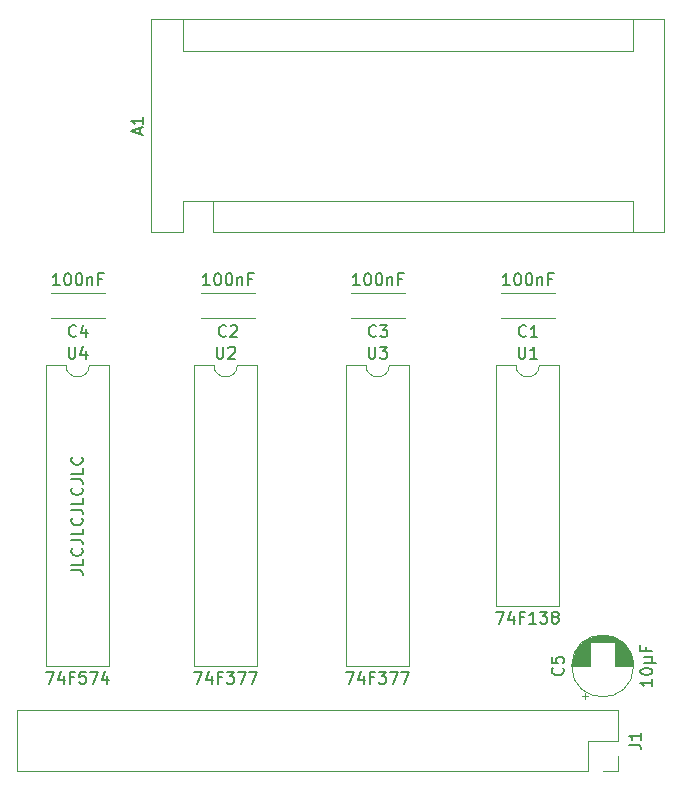
<source format=gbr>
G04 #@! TF.GenerationSoftware,KiCad,Pcbnew,(5.1.0-0)*
G04 #@! TF.CreationDate,2019-12-15T16:20:11-08:00*
G04 #@! TF.ProjectId,ArduinoSerialCard,41726475-696e-46f5-9365-7269616c4361,rev?*
G04 #@! TF.SameCoordinates,Original*
G04 #@! TF.FileFunction,Legend,Top*
G04 #@! TF.FilePolarity,Positive*
%FSLAX46Y46*%
G04 Gerber Fmt 4.6, Leading zero omitted, Abs format (unit mm)*
G04 Created by KiCad (PCBNEW (5.1.0-0)) date 2019-12-15 16:20:11*
%MOMM*%
%LPD*%
G04 APERTURE LIST*
%ADD10C,0.150000*%
%ADD11C,0.120000*%
G04 APERTURE END LIST*
D10*
X116292380Y-117649047D02*
X117006666Y-117649047D01*
X117149523Y-117696666D01*
X117244761Y-117791904D01*
X117292380Y-117934761D01*
X117292380Y-118030000D01*
X117292380Y-116696666D02*
X117292380Y-117172857D01*
X116292380Y-117172857D01*
X117197142Y-115791904D02*
X117244761Y-115839523D01*
X117292380Y-115982380D01*
X117292380Y-116077619D01*
X117244761Y-116220476D01*
X117149523Y-116315714D01*
X117054285Y-116363333D01*
X116863809Y-116410952D01*
X116720952Y-116410952D01*
X116530476Y-116363333D01*
X116435238Y-116315714D01*
X116340000Y-116220476D01*
X116292380Y-116077619D01*
X116292380Y-115982380D01*
X116340000Y-115839523D01*
X116387619Y-115791904D01*
X116292380Y-115077619D02*
X117006666Y-115077619D01*
X117149523Y-115125238D01*
X117244761Y-115220476D01*
X117292380Y-115363333D01*
X117292380Y-115458571D01*
X117292380Y-114125238D02*
X117292380Y-114601428D01*
X116292380Y-114601428D01*
X117197142Y-113220476D02*
X117244761Y-113268095D01*
X117292380Y-113410952D01*
X117292380Y-113506190D01*
X117244761Y-113649047D01*
X117149523Y-113744285D01*
X117054285Y-113791904D01*
X116863809Y-113839523D01*
X116720952Y-113839523D01*
X116530476Y-113791904D01*
X116435238Y-113744285D01*
X116340000Y-113649047D01*
X116292380Y-113506190D01*
X116292380Y-113410952D01*
X116340000Y-113268095D01*
X116387619Y-113220476D01*
X116292380Y-112506190D02*
X117006666Y-112506190D01*
X117149523Y-112553809D01*
X117244761Y-112649047D01*
X117292380Y-112791904D01*
X117292380Y-112887142D01*
X117292380Y-111553809D02*
X117292380Y-112030000D01*
X116292380Y-112030000D01*
X117197142Y-110649047D02*
X117244761Y-110696666D01*
X117292380Y-110839523D01*
X117292380Y-110934761D01*
X117244761Y-111077619D01*
X117149523Y-111172857D01*
X117054285Y-111220476D01*
X116863809Y-111268095D01*
X116720952Y-111268095D01*
X116530476Y-111220476D01*
X116435238Y-111172857D01*
X116340000Y-111077619D01*
X116292380Y-110934761D01*
X116292380Y-110839523D01*
X116340000Y-110696666D01*
X116387619Y-110649047D01*
X116292380Y-109934761D02*
X117006666Y-109934761D01*
X117149523Y-109982380D01*
X117244761Y-110077619D01*
X117292380Y-110220476D01*
X117292380Y-110315714D01*
X117292380Y-108982380D02*
X117292380Y-109458571D01*
X116292380Y-109458571D01*
X117197142Y-108077619D02*
X117244761Y-108125238D01*
X117292380Y-108268095D01*
X117292380Y-108363333D01*
X117244761Y-108506190D01*
X117149523Y-108601428D01*
X117054285Y-108649047D01*
X116863809Y-108696666D01*
X116720952Y-108696666D01*
X116530476Y-108649047D01*
X116435238Y-108601428D01*
X116340000Y-108506190D01*
X116292380Y-108363333D01*
X116292380Y-108268095D01*
X116340000Y-108125238D01*
X116387619Y-108077619D01*
D11*
X119490000Y-100270000D02*
X117840000Y-100270000D01*
X119490000Y-125790000D02*
X119490000Y-100270000D01*
X114190000Y-125790000D02*
X119490000Y-125790000D01*
X114190000Y-100270000D02*
X114190000Y-125790000D01*
X115840000Y-100270000D02*
X114190000Y-100270000D01*
X117840000Y-100270000D02*
G75*
G02X115840000Y-100270000I-1000000J0D01*
G01*
X144890000Y-100270000D02*
X143240000Y-100270000D01*
X144890000Y-125790000D02*
X144890000Y-100270000D01*
X139590000Y-125790000D02*
X144890000Y-125790000D01*
X139590000Y-100270000D02*
X139590000Y-125790000D01*
X141240000Y-100270000D02*
X139590000Y-100270000D01*
X143240000Y-100270000D02*
G75*
G02X141240000Y-100270000I-1000000J0D01*
G01*
X132020000Y-100270000D02*
X130370000Y-100270000D01*
X132020000Y-125790000D02*
X132020000Y-100270000D01*
X126720000Y-125790000D02*
X132020000Y-125790000D01*
X126720000Y-100270000D02*
X126720000Y-125790000D01*
X128370000Y-100270000D02*
X126720000Y-100270000D01*
X130370000Y-100270000D02*
G75*
G02X128370000Y-100270000I-1000000J0D01*
G01*
X157590000Y-100270000D02*
X155940000Y-100270000D01*
X157590000Y-120710000D02*
X157590000Y-100270000D01*
X152290000Y-120710000D02*
X157590000Y-120710000D01*
X152290000Y-100270000D02*
X152290000Y-120710000D01*
X153940000Y-100270000D02*
X152290000Y-100270000D01*
X155940000Y-100270000D02*
G75*
G02X153940000Y-100270000I-1000000J0D01*
G01*
X159565000Y-128300775D02*
X160065000Y-128300775D01*
X159815000Y-128550775D02*
X159815000Y-128050775D01*
X161006000Y-123145000D02*
X161574000Y-123145000D01*
X160772000Y-123185000D02*
X161808000Y-123185000D01*
X160613000Y-123225000D02*
X161967000Y-123225000D01*
X160485000Y-123265000D02*
X162095000Y-123265000D01*
X160375000Y-123305000D02*
X162205000Y-123305000D01*
X160279000Y-123345000D02*
X162301000Y-123345000D01*
X160192000Y-123385000D02*
X162388000Y-123385000D01*
X160112000Y-123425000D02*
X162468000Y-123425000D01*
X160039000Y-123465000D02*
X162541000Y-123465000D01*
X159971000Y-123505000D02*
X162609000Y-123505000D01*
X159907000Y-123545000D02*
X162673000Y-123545000D01*
X159847000Y-123585000D02*
X162733000Y-123585000D01*
X159790000Y-123625000D02*
X162790000Y-123625000D01*
X159736000Y-123665000D02*
X162844000Y-123665000D01*
X159685000Y-123705000D02*
X162895000Y-123705000D01*
X162330000Y-123745000D02*
X162943000Y-123745000D01*
X159637000Y-123745000D02*
X160250000Y-123745000D01*
X162330000Y-123785000D02*
X162989000Y-123785000D01*
X159591000Y-123785000D02*
X160250000Y-123785000D01*
X162330000Y-123825000D02*
X163033000Y-123825000D01*
X159547000Y-123825000D02*
X160250000Y-123825000D01*
X162330000Y-123865000D02*
X163075000Y-123865000D01*
X159505000Y-123865000D02*
X160250000Y-123865000D01*
X162330000Y-123905000D02*
X163116000Y-123905000D01*
X159464000Y-123905000D02*
X160250000Y-123905000D01*
X162330000Y-123945000D02*
X163154000Y-123945000D01*
X159426000Y-123945000D02*
X160250000Y-123945000D01*
X162330000Y-123985000D02*
X163191000Y-123985000D01*
X159389000Y-123985000D02*
X160250000Y-123985000D01*
X162330000Y-124025000D02*
X163227000Y-124025000D01*
X159353000Y-124025000D02*
X160250000Y-124025000D01*
X162330000Y-124065000D02*
X163261000Y-124065000D01*
X159319000Y-124065000D02*
X160250000Y-124065000D01*
X162330000Y-124105000D02*
X163294000Y-124105000D01*
X159286000Y-124105000D02*
X160250000Y-124105000D01*
X162330000Y-124145000D02*
X163325000Y-124145000D01*
X159255000Y-124145000D02*
X160250000Y-124145000D01*
X162330000Y-124185000D02*
X163355000Y-124185000D01*
X159225000Y-124185000D02*
X160250000Y-124185000D01*
X162330000Y-124225000D02*
X163385000Y-124225000D01*
X159195000Y-124225000D02*
X160250000Y-124225000D01*
X162330000Y-124265000D02*
X163412000Y-124265000D01*
X159168000Y-124265000D02*
X160250000Y-124265000D01*
X162330000Y-124305000D02*
X163439000Y-124305000D01*
X159141000Y-124305000D02*
X160250000Y-124305000D01*
X162330000Y-124345000D02*
X163465000Y-124345000D01*
X159115000Y-124345000D02*
X160250000Y-124345000D01*
X162330000Y-124385000D02*
X163490000Y-124385000D01*
X159090000Y-124385000D02*
X160250000Y-124385000D01*
X162330000Y-124425000D02*
X163514000Y-124425000D01*
X159066000Y-124425000D02*
X160250000Y-124425000D01*
X162330000Y-124465000D02*
X163537000Y-124465000D01*
X159043000Y-124465000D02*
X160250000Y-124465000D01*
X162330000Y-124505000D02*
X163558000Y-124505000D01*
X159022000Y-124505000D02*
X160250000Y-124505000D01*
X162330000Y-124545000D02*
X163580000Y-124545000D01*
X159000000Y-124545000D02*
X160250000Y-124545000D01*
X162330000Y-124585000D02*
X163600000Y-124585000D01*
X158980000Y-124585000D02*
X160250000Y-124585000D01*
X162330000Y-124625000D02*
X163619000Y-124625000D01*
X158961000Y-124625000D02*
X160250000Y-124625000D01*
X162330000Y-124665000D02*
X163638000Y-124665000D01*
X158942000Y-124665000D02*
X160250000Y-124665000D01*
X162330000Y-124705000D02*
X163655000Y-124705000D01*
X158925000Y-124705000D02*
X160250000Y-124705000D01*
X162330000Y-124745000D02*
X163672000Y-124745000D01*
X158908000Y-124745000D02*
X160250000Y-124745000D01*
X162330000Y-124785000D02*
X163688000Y-124785000D01*
X158892000Y-124785000D02*
X160250000Y-124785000D01*
X162330000Y-124825000D02*
X163704000Y-124825000D01*
X158876000Y-124825000D02*
X160250000Y-124825000D01*
X162330000Y-124865000D02*
X163718000Y-124865000D01*
X158862000Y-124865000D02*
X160250000Y-124865000D01*
X162330000Y-124905000D02*
X163732000Y-124905000D01*
X158848000Y-124905000D02*
X160250000Y-124905000D01*
X162330000Y-124945000D02*
X163745000Y-124945000D01*
X158835000Y-124945000D02*
X160250000Y-124945000D01*
X162330000Y-124985000D02*
X163758000Y-124985000D01*
X158822000Y-124985000D02*
X160250000Y-124985000D01*
X162330000Y-125025000D02*
X163770000Y-125025000D01*
X158810000Y-125025000D02*
X160250000Y-125025000D01*
X162330000Y-125066000D02*
X163781000Y-125066000D01*
X158799000Y-125066000D02*
X160250000Y-125066000D01*
X162330000Y-125106000D02*
X163791000Y-125106000D01*
X158789000Y-125106000D02*
X160250000Y-125106000D01*
X162330000Y-125146000D02*
X163801000Y-125146000D01*
X158779000Y-125146000D02*
X160250000Y-125146000D01*
X162330000Y-125186000D02*
X163810000Y-125186000D01*
X158770000Y-125186000D02*
X160250000Y-125186000D01*
X162330000Y-125226000D02*
X163818000Y-125226000D01*
X158762000Y-125226000D02*
X160250000Y-125226000D01*
X162330000Y-125266000D02*
X163826000Y-125266000D01*
X158754000Y-125266000D02*
X160250000Y-125266000D01*
X162330000Y-125306000D02*
X163833000Y-125306000D01*
X158747000Y-125306000D02*
X160250000Y-125306000D01*
X162330000Y-125346000D02*
X163840000Y-125346000D01*
X158740000Y-125346000D02*
X160250000Y-125346000D01*
X162330000Y-125386000D02*
X163846000Y-125386000D01*
X158734000Y-125386000D02*
X160250000Y-125386000D01*
X162330000Y-125426000D02*
X163851000Y-125426000D01*
X158729000Y-125426000D02*
X160250000Y-125426000D01*
X162330000Y-125466000D02*
X163855000Y-125466000D01*
X158725000Y-125466000D02*
X160250000Y-125466000D01*
X162330000Y-125506000D02*
X163859000Y-125506000D01*
X158721000Y-125506000D02*
X160250000Y-125506000D01*
X162330000Y-125546000D02*
X163863000Y-125546000D01*
X158717000Y-125546000D02*
X160250000Y-125546000D01*
X162330000Y-125586000D02*
X163866000Y-125586000D01*
X158714000Y-125586000D02*
X160250000Y-125586000D01*
X162330000Y-125626000D02*
X163868000Y-125626000D01*
X158712000Y-125626000D02*
X160250000Y-125626000D01*
X162330000Y-125666000D02*
X163869000Y-125666000D01*
X158711000Y-125666000D02*
X160250000Y-125666000D01*
X158710000Y-125706000D02*
X160250000Y-125706000D01*
X162330000Y-125706000D02*
X163870000Y-125706000D01*
X158710000Y-125746000D02*
X160250000Y-125746000D01*
X162330000Y-125746000D02*
X163870000Y-125746000D01*
X163910000Y-125746000D02*
G75*
G03X163910000Y-125746000I-2620000J0D01*
G01*
X114610000Y-94195000D02*
X114610000Y-94180000D01*
X114610000Y-96320000D02*
X114610000Y-96305000D01*
X119150000Y-94195000D02*
X119150000Y-94180000D01*
X119150000Y-96320000D02*
X119150000Y-96305000D01*
X119150000Y-94180000D02*
X114610000Y-94180000D01*
X119150000Y-96320000D02*
X114610000Y-96320000D01*
X140010000Y-94195000D02*
X140010000Y-94180000D01*
X140010000Y-96320000D02*
X140010000Y-96305000D01*
X144550000Y-94195000D02*
X144550000Y-94180000D01*
X144550000Y-96320000D02*
X144550000Y-96305000D01*
X144550000Y-94180000D02*
X140010000Y-94180000D01*
X144550000Y-96320000D02*
X140010000Y-96320000D01*
X127310000Y-94195000D02*
X127310000Y-94180000D01*
X127310000Y-96320000D02*
X127310000Y-96305000D01*
X131850000Y-94195000D02*
X131850000Y-94180000D01*
X131850000Y-96320000D02*
X131850000Y-96305000D01*
X131850000Y-94180000D02*
X127310000Y-94180000D01*
X131850000Y-96320000D02*
X127310000Y-96320000D01*
X152710000Y-94195000D02*
X152710000Y-94180000D01*
X152710000Y-96320000D02*
X152710000Y-96305000D01*
X157250000Y-94195000D02*
X157250000Y-94180000D01*
X157250000Y-96320000D02*
X157250000Y-96305000D01*
X157250000Y-94180000D02*
X152710000Y-94180000D01*
X157250000Y-96320000D02*
X152710000Y-96320000D01*
X162620000Y-133350000D02*
X162620000Y-134680000D01*
X162620000Y-134680000D02*
X161290000Y-134680000D01*
X162620000Y-132080000D02*
X160020000Y-132080000D01*
X160020000Y-132080000D02*
X160020000Y-134680000D01*
X160020000Y-134680000D02*
X111700000Y-134680000D01*
X111700000Y-129480000D02*
X111700000Y-134680000D01*
X162620000Y-129480000D02*
X111700000Y-129480000D01*
X162620000Y-129480000D02*
X162620000Y-132080000D01*
X123060000Y-70990000D02*
X123060000Y-89030000D01*
X166500000Y-70990000D02*
X123060000Y-70990000D01*
X166500000Y-89030000D02*
X166500000Y-70990000D01*
X163830000Y-86360000D02*
X163830000Y-89030000D01*
X128270000Y-86360000D02*
X163830000Y-86360000D01*
X128270000Y-86360000D02*
X128270000Y-89030000D01*
X163830000Y-73660000D02*
X163830000Y-70990000D01*
X125730000Y-73660000D02*
X163830000Y-73660000D01*
X125730000Y-73660000D02*
X125730000Y-70990000D01*
X123060000Y-89030000D02*
X125730000Y-89030000D01*
X128270000Y-89030000D02*
X166500000Y-89030000D01*
X125730000Y-86360000D02*
X125730000Y-89030000D01*
X128270000Y-86360000D02*
X125730000Y-86360000D01*
D10*
X116078095Y-98722380D02*
X116078095Y-99531904D01*
X116125714Y-99627142D01*
X116173333Y-99674761D01*
X116268571Y-99722380D01*
X116459047Y-99722380D01*
X116554285Y-99674761D01*
X116601904Y-99627142D01*
X116649523Y-99531904D01*
X116649523Y-98722380D01*
X117554285Y-99055714D02*
X117554285Y-99722380D01*
X117316190Y-98674761D02*
X117078095Y-99389047D01*
X117697142Y-99389047D01*
X114173333Y-126242380D02*
X114840000Y-126242380D01*
X114411428Y-127242380D01*
X115649523Y-126575714D02*
X115649523Y-127242380D01*
X115411428Y-126194761D02*
X115173333Y-126909047D01*
X115792380Y-126909047D01*
X116506666Y-126718571D02*
X116173333Y-126718571D01*
X116173333Y-127242380D02*
X116173333Y-126242380D01*
X116649523Y-126242380D01*
X117506666Y-126242380D02*
X117030476Y-126242380D01*
X116982857Y-126718571D01*
X117030476Y-126670952D01*
X117125714Y-126623333D01*
X117363809Y-126623333D01*
X117459047Y-126670952D01*
X117506666Y-126718571D01*
X117554285Y-126813809D01*
X117554285Y-127051904D01*
X117506666Y-127147142D01*
X117459047Y-127194761D01*
X117363809Y-127242380D01*
X117125714Y-127242380D01*
X117030476Y-127194761D01*
X116982857Y-127147142D01*
X117887619Y-126242380D02*
X118554285Y-126242380D01*
X118125714Y-127242380D01*
X119363809Y-126575714D02*
X119363809Y-127242380D01*
X119125714Y-126194761D02*
X118887619Y-126909047D01*
X119506666Y-126909047D01*
X141478095Y-98722380D02*
X141478095Y-99531904D01*
X141525714Y-99627142D01*
X141573333Y-99674761D01*
X141668571Y-99722380D01*
X141859047Y-99722380D01*
X141954285Y-99674761D01*
X142001904Y-99627142D01*
X142049523Y-99531904D01*
X142049523Y-98722380D01*
X142430476Y-98722380D02*
X143049523Y-98722380D01*
X142716190Y-99103333D01*
X142859047Y-99103333D01*
X142954285Y-99150952D01*
X143001904Y-99198571D01*
X143049523Y-99293809D01*
X143049523Y-99531904D01*
X143001904Y-99627142D01*
X142954285Y-99674761D01*
X142859047Y-99722380D01*
X142573333Y-99722380D01*
X142478095Y-99674761D01*
X142430476Y-99627142D01*
X139573333Y-126242380D02*
X140240000Y-126242380D01*
X139811428Y-127242380D01*
X141049523Y-126575714D02*
X141049523Y-127242380D01*
X140811428Y-126194761D02*
X140573333Y-126909047D01*
X141192380Y-126909047D01*
X141906666Y-126718571D02*
X141573333Y-126718571D01*
X141573333Y-127242380D02*
X141573333Y-126242380D01*
X142049523Y-126242380D01*
X142335238Y-126242380D02*
X142954285Y-126242380D01*
X142620952Y-126623333D01*
X142763809Y-126623333D01*
X142859047Y-126670952D01*
X142906666Y-126718571D01*
X142954285Y-126813809D01*
X142954285Y-127051904D01*
X142906666Y-127147142D01*
X142859047Y-127194761D01*
X142763809Y-127242380D01*
X142478095Y-127242380D01*
X142382857Y-127194761D01*
X142335238Y-127147142D01*
X143287619Y-126242380D02*
X143954285Y-126242380D01*
X143525714Y-127242380D01*
X144240000Y-126242380D02*
X144906666Y-126242380D01*
X144478095Y-127242380D01*
X128608095Y-98722380D02*
X128608095Y-99531904D01*
X128655714Y-99627142D01*
X128703333Y-99674761D01*
X128798571Y-99722380D01*
X128989047Y-99722380D01*
X129084285Y-99674761D01*
X129131904Y-99627142D01*
X129179523Y-99531904D01*
X129179523Y-98722380D01*
X129608095Y-98817619D02*
X129655714Y-98770000D01*
X129750952Y-98722380D01*
X129989047Y-98722380D01*
X130084285Y-98770000D01*
X130131904Y-98817619D01*
X130179523Y-98912857D01*
X130179523Y-99008095D01*
X130131904Y-99150952D01*
X129560476Y-99722380D01*
X130179523Y-99722380D01*
X126703333Y-126242380D02*
X127370000Y-126242380D01*
X126941428Y-127242380D01*
X128179523Y-126575714D02*
X128179523Y-127242380D01*
X127941428Y-126194761D02*
X127703333Y-126909047D01*
X128322380Y-126909047D01*
X129036666Y-126718571D02*
X128703333Y-126718571D01*
X128703333Y-127242380D02*
X128703333Y-126242380D01*
X129179523Y-126242380D01*
X129465238Y-126242380D02*
X130084285Y-126242380D01*
X129750952Y-126623333D01*
X129893809Y-126623333D01*
X129989047Y-126670952D01*
X130036666Y-126718571D01*
X130084285Y-126813809D01*
X130084285Y-127051904D01*
X130036666Y-127147142D01*
X129989047Y-127194761D01*
X129893809Y-127242380D01*
X129608095Y-127242380D01*
X129512857Y-127194761D01*
X129465238Y-127147142D01*
X130417619Y-126242380D02*
X131084285Y-126242380D01*
X130655714Y-127242380D01*
X131370000Y-126242380D02*
X132036666Y-126242380D01*
X131608095Y-127242380D01*
X154178095Y-98722380D02*
X154178095Y-99531904D01*
X154225714Y-99627142D01*
X154273333Y-99674761D01*
X154368571Y-99722380D01*
X154559047Y-99722380D01*
X154654285Y-99674761D01*
X154701904Y-99627142D01*
X154749523Y-99531904D01*
X154749523Y-98722380D01*
X155749523Y-99722380D02*
X155178095Y-99722380D01*
X155463809Y-99722380D02*
X155463809Y-98722380D01*
X155368571Y-98865238D01*
X155273333Y-98960476D01*
X155178095Y-99008095D01*
X152273333Y-121162380D02*
X152940000Y-121162380D01*
X152511428Y-122162380D01*
X153749523Y-121495714D02*
X153749523Y-122162380D01*
X153511428Y-121114761D02*
X153273333Y-121829047D01*
X153892380Y-121829047D01*
X154606666Y-121638571D02*
X154273333Y-121638571D01*
X154273333Y-122162380D02*
X154273333Y-121162380D01*
X154749523Y-121162380D01*
X155654285Y-122162380D02*
X155082857Y-122162380D01*
X155368571Y-122162380D02*
X155368571Y-121162380D01*
X155273333Y-121305238D01*
X155178095Y-121400476D01*
X155082857Y-121448095D01*
X155987619Y-121162380D02*
X156606666Y-121162380D01*
X156273333Y-121543333D01*
X156416190Y-121543333D01*
X156511428Y-121590952D01*
X156559047Y-121638571D01*
X156606666Y-121733809D01*
X156606666Y-121971904D01*
X156559047Y-122067142D01*
X156511428Y-122114761D01*
X156416190Y-122162380D01*
X156130476Y-122162380D01*
X156035238Y-122114761D01*
X155987619Y-122067142D01*
X157178095Y-121590952D02*
X157082857Y-121543333D01*
X157035238Y-121495714D01*
X156987619Y-121400476D01*
X156987619Y-121352857D01*
X157035238Y-121257619D01*
X157082857Y-121210000D01*
X157178095Y-121162380D01*
X157368571Y-121162380D01*
X157463809Y-121210000D01*
X157511428Y-121257619D01*
X157559047Y-121352857D01*
X157559047Y-121400476D01*
X157511428Y-121495714D01*
X157463809Y-121543333D01*
X157368571Y-121590952D01*
X157178095Y-121590952D01*
X157082857Y-121638571D01*
X157035238Y-121686190D01*
X156987619Y-121781428D01*
X156987619Y-121971904D01*
X157035238Y-122067142D01*
X157082857Y-122114761D01*
X157178095Y-122162380D01*
X157368571Y-122162380D01*
X157463809Y-122114761D01*
X157511428Y-122067142D01*
X157559047Y-121971904D01*
X157559047Y-121781428D01*
X157511428Y-121686190D01*
X157463809Y-121638571D01*
X157368571Y-121590952D01*
X157897142Y-125912666D02*
X157944761Y-125960285D01*
X157992380Y-126103142D01*
X157992380Y-126198380D01*
X157944761Y-126341238D01*
X157849523Y-126436476D01*
X157754285Y-126484095D01*
X157563809Y-126531714D01*
X157420952Y-126531714D01*
X157230476Y-126484095D01*
X157135238Y-126436476D01*
X157040000Y-126341238D01*
X156992380Y-126198380D01*
X156992380Y-126103142D01*
X157040000Y-125960285D01*
X157087619Y-125912666D01*
X156992380Y-125007904D02*
X156992380Y-125484095D01*
X157468571Y-125531714D01*
X157420952Y-125484095D01*
X157373333Y-125388857D01*
X157373333Y-125150761D01*
X157420952Y-125055523D01*
X157468571Y-125007904D01*
X157563809Y-124960285D01*
X157801904Y-124960285D01*
X157897142Y-125007904D01*
X157944761Y-125055523D01*
X157992380Y-125150761D01*
X157992380Y-125388857D01*
X157944761Y-125484095D01*
X157897142Y-125531714D01*
X165492380Y-126888857D02*
X165492380Y-127460285D01*
X165492380Y-127174571D02*
X164492380Y-127174571D01*
X164635238Y-127269809D01*
X164730476Y-127365047D01*
X164778095Y-127460285D01*
X164492380Y-126269809D02*
X164492380Y-126174571D01*
X164540000Y-126079333D01*
X164587619Y-126031714D01*
X164682857Y-125984095D01*
X164873333Y-125936476D01*
X165111428Y-125936476D01*
X165301904Y-125984095D01*
X165397142Y-126031714D01*
X165444761Y-126079333D01*
X165492380Y-126174571D01*
X165492380Y-126269809D01*
X165444761Y-126365047D01*
X165397142Y-126412666D01*
X165301904Y-126460285D01*
X165111428Y-126507904D01*
X164873333Y-126507904D01*
X164682857Y-126460285D01*
X164587619Y-126412666D01*
X164540000Y-126365047D01*
X164492380Y-126269809D01*
X164825714Y-125507904D02*
X165825714Y-125507904D01*
X165349523Y-125031714D02*
X165444761Y-124984095D01*
X165492380Y-124888857D01*
X165349523Y-125507904D02*
X165444761Y-125460285D01*
X165492380Y-125365047D01*
X165492380Y-125174571D01*
X165444761Y-125079333D01*
X165349523Y-125031714D01*
X164825714Y-125031714D01*
X164968571Y-124126952D02*
X164968571Y-124460285D01*
X165492380Y-124460285D02*
X164492380Y-124460285D01*
X164492380Y-123984095D01*
X116713333Y-97807142D02*
X116665714Y-97854761D01*
X116522857Y-97902380D01*
X116427619Y-97902380D01*
X116284761Y-97854761D01*
X116189523Y-97759523D01*
X116141904Y-97664285D01*
X116094285Y-97473809D01*
X116094285Y-97330952D01*
X116141904Y-97140476D01*
X116189523Y-97045238D01*
X116284761Y-96950000D01*
X116427619Y-96902380D01*
X116522857Y-96902380D01*
X116665714Y-96950000D01*
X116713333Y-96997619D01*
X117570476Y-97235714D02*
X117570476Y-97902380D01*
X117332380Y-96854761D02*
X117094285Y-97569047D01*
X117713333Y-97569047D01*
X115332380Y-93502380D02*
X114760952Y-93502380D01*
X115046666Y-93502380D02*
X115046666Y-92502380D01*
X114951428Y-92645238D01*
X114856190Y-92740476D01*
X114760952Y-92788095D01*
X115951428Y-92502380D02*
X116046666Y-92502380D01*
X116141904Y-92550000D01*
X116189523Y-92597619D01*
X116237142Y-92692857D01*
X116284761Y-92883333D01*
X116284761Y-93121428D01*
X116237142Y-93311904D01*
X116189523Y-93407142D01*
X116141904Y-93454761D01*
X116046666Y-93502380D01*
X115951428Y-93502380D01*
X115856190Y-93454761D01*
X115808571Y-93407142D01*
X115760952Y-93311904D01*
X115713333Y-93121428D01*
X115713333Y-92883333D01*
X115760952Y-92692857D01*
X115808571Y-92597619D01*
X115856190Y-92550000D01*
X115951428Y-92502380D01*
X116903809Y-92502380D02*
X116999047Y-92502380D01*
X117094285Y-92550000D01*
X117141904Y-92597619D01*
X117189523Y-92692857D01*
X117237142Y-92883333D01*
X117237142Y-93121428D01*
X117189523Y-93311904D01*
X117141904Y-93407142D01*
X117094285Y-93454761D01*
X116999047Y-93502380D01*
X116903809Y-93502380D01*
X116808571Y-93454761D01*
X116760952Y-93407142D01*
X116713333Y-93311904D01*
X116665714Y-93121428D01*
X116665714Y-92883333D01*
X116713333Y-92692857D01*
X116760952Y-92597619D01*
X116808571Y-92550000D01*
X116903809Y-92502380D01*
X117665714Y-92835714D02*
X117665714Y-93502380D01*
X117665714Y-92930952D02*
X117713333Y-92883333D01*
X117808571Y-92835714D01*
X117951428Y-92835714D01*
X118046666Y-92883333D01*
X118094285Y-92978571D01*
X118094285Y-93502380D01*
X118903809Y-92978571D02*
X118570476Y-92978571D01*
X118570476Y-93502380D02*
X118570476Y-92502380D01*
X119046666Y-92502380D01*
X142113333Y-97807142D02*
X142065714Y-97854761D01*
X141922857Y-97902380D01*
X141827619Y-97902380D01*
X141684761Y-97854761D01*
X141589523Y-97759523D01*
X141541904Y-97664285D01*
X141494285Y-97473809D01*
X141494285Y-97330952D01*
X141541904Y-97140476D01*
X141589523Y-97045238D01*
X141684761Y-96950000D01*
X141827619Y-96902380D01*
X141922857Y-96902380D01*
X142065714Y-96950000D01*
X142113333Y-96997619D01*
X142446666Y-96902380D02*
X143065714Y-96902380D01*
X142732380Y-97283333D01*
X142875238Y-97283333D01*
X142970476Y-97330952D01*
X143018095Y-97378571D01*
X143065714Y-97473809D01*
X143065714Y-97711904D01*
X143018095Y-97807142D01*
X142970476Y-97854761D01*
X142875238Y-97902380D01*
X142589523Y-97902380D01*
X142494285Y-97854761D01*
X142446666Y-97807142D01*
X140732380Y-93502380D02*
X140160952Y-93502380D01*
X140446666Y-93502380D02*
X140446666Y-92502380D01*
X140351428Y-92645238D01*
X140256190Y-92740476D01*
X140160952Y-92788095D01*
X141351428Y-92502380D02*
X141446666Y-92502380D01*
X141541904Y-92550000D01*
X141589523Y-92597619D01*
X141637142Y-92692857D01*
X141684761Y-92883333D01*
X141684761Y-93121428D01*
X141637142Y-93311904D01*
X141589523Y-93407142D01*
X141541904Y-93454761D01*
X141446666Y-93502380D01*
X141351428Y-93502380D01*
X141256190Y-93454761D01*
X141208571Y-93407142D01*
X141160952Y-93311904D01*
X141113333Y-93121428D01*
X141113333Y-92883333D01*
X141160952Y-92692857D01*
X141208571Y-92597619D01*
X141256190Y-92550000D01*
X141351428Y-92502380D01*
X142303809Y-92502380D02*
X142399047Y-92502380D01*
X142494285Y-92550000D01*
X142541904Y-92597619D01*
X142589523Y-92692857D01*
X142637142Y-92883333D01*
X142637142Y-93121428D01*
X142589523Y-93311904D01*
X142541904Y-93407142D01*
X142494285Y-93454761D01*
X142399047Y-93502380D01*
X142303809Y-93502380D01*
X142208571Y-93454761D01*
X142160952Y-93407142D01*
X142113333Y-93311904D01*
X142065714Y-93121428D01*
X142065714Y-92883333D01*
X142113333Y-92692857D01*
X142160952Y-92597619D01*
X142208571Y-92550000D01*
X142303809Y-92502380D01*
X143065714Y-92835714D02*
X143065714Y-93502380D01*
X143065714Y-92930952D02*
X143113333Y-92883333D01*
X143208571Y-92835714D01*
X143351428Y-92835714D01*
X143446666Y-92883333D01*
X143494285Y-92978571D01*
X143494285Y-93502380D01*
X144303809Y-92978571D02*
X143970476Y-92978571D01*
X143970476Y-93502380D02*
X143970476Y-92502380D01*
X144446666Y-92502380D01*
X129413333Y-97807142D02*
X129365714Y-97854761D01*
X129222857Y-97902380D01*
X129127619Y-97902380D01*
X128984761Y-97854761D01*
X128889523Y-97759523D01*
X128841904Y-97664285D01*
X128794285Y-97473809D01*
X128794285Y-97330952D01*
X128841904Y-97140476D01*
X128889523Y-97045238D01*
X128984761Y-96950000D01*
X129127619Y-96902380D01*
X129222857Y-96902380D01*
X129365714Y-96950000D01*
X129413333Y-96997619D01*
X129794285Y-96997619D02*
X129841904Y-96950000D01*
X129937142Y-96902380D01*
X130175238Y-96902380D01*
X130270476Y-96950000D01*
X130318095Y-96997619D01*
X130365714Y-97092857D01*
X130365714Y-97188095D01*
X130318095Y-97330952D01*
X129746666Y-97902380D01*
X130365714Y-97902380D01*
X128032380Y-93502380D02*
X127460952Y-93502380D01*
X127746666Y-93502380D02*
X127746666Y-92502380D01*
X127651428Y-92645238D01*
X127556190Y-92740476D01*
X127460952Y-92788095D01*
X128651428Y-92502380D02*
X128746666Y-92502380D01*
X128841904Y-92550000D01*
X128889523Y-92597619D01*
X128937142Y-92692857D01*
X128984761Y-92883333D01*
X128984761Y-93121428D01*
X128937142Y-93311904D01*
X128889523Y-93407142D01*
X128841904Y-93454761D01*
X128746666Y-93502380D01*
X128651428Y-93502380D01*
X128556190Y-93454761D01*
X128508571Y-93407142D01*
X128460952Y-93311904D01*
X128413333Y-93121428D01*
X128413333Y-92883333D01*
X128460952Y-92692857D01*
X128508571Y-92597619D01*
X128556190Y-92550000D01*
X128651428Y-92502380D01*
X129603809Y-92502380D02*
X129699047Y-92502380D01*
X129794285Y-92550000D01*
X129841904Y-92597619D01*
X129889523Y-92692857D01*
X129937142Y-92883333D01*
X129937142Y-93121428D01*
X129889523Y-93311904D01*
X129841904Y-93407142D01*
X129794285Y-93454761D01*
X129699047Y-93502380D01*
X129603809Y-93502380D01*
X129508571Y-93454761D01*
X129460952Y-93407142D01*
X129413333Y-93311904D01*
X129365714Y-93121428D01*
X129365714Y-92883333D01*
X129413333Y-92692857D01*
X129460952Y-92597619D01*
X129508571Y-92550000D01*
X129603809Y-92502380D01*
X130365714Y-92835714D02*
X130365714Y-93502380D01*
X130365714Y-92930952D02*
X130413333Y-92883333D01*
X130508571Y-92835714D01*
X130651428Y-92835714D01*
X130746666Y-92883333D01*
X130794285Y-92978571D01*
X130794285Y-93502380D01*
X131603809Y-92978571D02*
X131270476Y-92978571D01*
X131270476Y-93502380D02*
X131270476Y-92502380D01*
X131746666Y-92502380D01*
X154813333Y-97807142D02*
X154765714Y-97854761D01*
X154622857Y-97902380D01*
X154527619Y-97902380D01*
X154384761Y-97854761D01*
X154289523Y-97759523D01*
X154241904Y-97664285D01*
X154194285Y-97473809D01*
X154194285Y-97330952D01*
X154241904Y-97140476D01*
X154289523Y-97045238D01*
X154384761Y-96950000D01*
X154527619Y-96902380D01*
X154622857Y-96902380D01*
X154765714Y-96950000D01*
X154813333Y-96997619D01*
X155765714Y-97902380D02*
X155194285Y-97902380D01*
X155480000Y-97902380D02*
X155480000Y-96902380D01*
X155384761Y-97045238D01*
X155289523Y-97140476D01*
X155194285Y-97188095D01*
X153432380Y-93502380D02*
X152860952Y-93502380D01*
X153146666Y-93502380D02*
X153146666Y-92502380D01*
X153051428Y-92645238D01*
X152956190Y-92740476D01*
X152860952Y-92788095D01*
X154051428Y-92502380D02*
X154146666Y-92502380D01*
X154241904Y-92550000D01*
X154289523Y-92597619D01*
X154337142Y-92692857D01*
X154384761Y-92883333D01*
X154384761Y-93121428D01*
X154337142Y-93311904D01*
X154289523Y-93407142D01*
X154241904Y-93454761D01*
X154146666Y-93502380D01*
X154051428Y-93502380D01*
X153956190Y-93454761D01*
X153908571Y-93407142D01*
X153860952Y-93311904D01*
X153813333Y-93121428D01*
X153813333Y-92883333D01*
X153860952Y-92692857D01*
X153908571Y-92597619D01*
X153956190Y-92550000D01*
X154051428Y-92502380D01*
X155003809Y-92502380D02*
X155099047Y-92502380D01*
X155194285Y-92550000D01*
X155241904Y-92597619D01*
X155289523Y-92692857D01*
X155337142Y-92883333D01*
X155337142Y-93121428D01*
X155289523Y-93311904D01*
X155241904Y-93407142D01*
X155194285Y-93454761D01*
X155099047Y-93502380D01*
X155003809Y-93502380D01*
X154908571Y-93454761D01*
X154860952Y-93407142D01*
X154813333Y-93311904D01*
X154765714Y-93121428D01*
X154765714Y-92883333D01*
X154813333Y-92692857D01*
X154860952Y-92597619D01*
X154908571Y-92550000D01*
X155003809Y-92502380D01*
X155765714Y-92835714D02*
X155765714Y-93502380D01*
X155765714Y-92930952D02*
X155813333Y-92883333D01*
X155908571Y-92835714D01*
X156051428Y-92835714D01*
X156146666Y-92883333D01*
X156194285Y-92978571D01*
X156194285Y-93502380D01*
X157003809Y-92978571D02*
X156670476Y-92978571D01*
X156670476Y-93502380D02*
X156670476Y-92502380D01*
X157146666Y-92502380D01*
X163512380Y-132413333D02*
X164226666Y-132413333D01*
X164369523Y-132460952D01*
X164464761Y-132556190D01*
X164512380Y-132699047D01*
X164512380Y-132794285D01*
X164512380Y-131413333D02*
X164512380Y-131984761D01*
X164512380Y-131699047D02*
X163512380Y-131699047D01*
X163655238Y-131794285D01*
X163750476Y-131889523D01*
X163798095Y-131984761D01*
X122086666Y-80724285D02*
X122086666Y-80248095D01*
X122372380Y-80819523D02*
X121372380Y-80486190D01*
X122372380Y-80152857D01*
X122372380Y-79295714D02*
X122372380Y-79867142D01*
X122372380Y-79581428D02*
X121372380Y-79581428D01*
X121515238Y-79676666D01*
X121610476Y-79771904D01*
X121658095Y-79867142D01*
M02*

</source>
